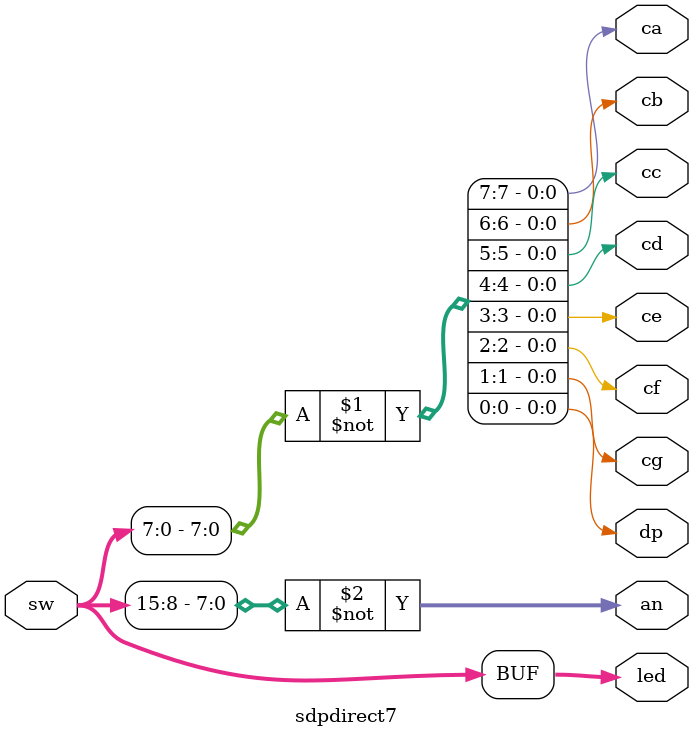
<source format=v>
`timescale 1ns / 1ps


module sdpdirect7(sw, ca, cb, cc, cd, ce, cf, cg, dp, an, led);
	input [15:0] sw;                          // 16λ��������
	output ca, cb, cc, cd, ce, cf, cg, dp;  // 7���������������͵�ƽ��Ч
	output [7:0] an;                          // 7��������Ƭѡ�źţ��͵�ƽ��Ч
	output [15:0] led;                        // 16λled��ʾ���ߵ�ƽ��Ч
	assign led = sw;
	assign {ca,cb,cc,cd,ce,cf,cg,dp} = ~sw[7:0];
	assign an = ~sw[15:8];
endmodule


</source>
